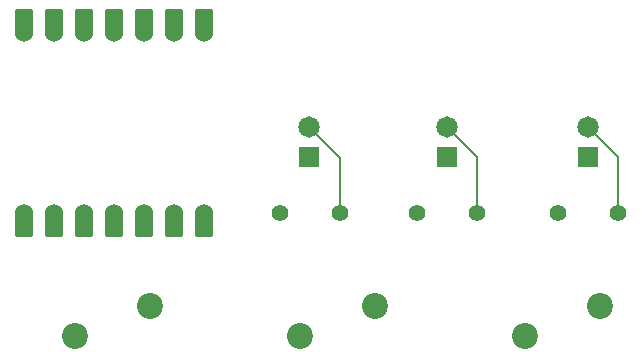
<source format=gtl>
G04 #@! TF.GenerationSoftware,KiCad,Pcbnew,9.0.2*
G04 #@! TF.CreationDate,2025-07-04T00:17:09-05:00*
G04 #@! TF.ProjectId,pathfinder,70617468-6669-46e6-9465-722e6b696361,rev?*
G04 #@! TF.SameCoordinates,Original*
G04 #@! TF.FileFunction,Copper,L1,Top*
G04 #@! TF.FilePolarity,Positive*
%FSLAX46Y46*%
G04 Gerber Fmt 4.6, Leading zero omitted, Abs format (unit mm)*
G04 Created by KiCad (PCBNEW 9.0.2) date 2025-07-04 00:17:09*
%MOMM*%
%LPD*%
G01*
G04 APERTURE LIST*
G04 Aperture macros list*
%AMRoundRect*
0 Rectangle with rounded corners*
0 $1 Rounding radius*
0 $2 $3 $4 $5 $6 $7 $8 $9 X,Y pos of 4 corners*
0 Add a 4 corners polygon primitive as box body*
4,1,4,$2,$3,$4,$5,$6,$7,$8,$9,$2,$3,0*
0 Add four circle primitives for the rounded corners*
1,1,$1+$1,$2,$3*
1,1,$1+$1,$4,$5*
1,1,$1+$1,$6,$7*
1,1,$1+$1,$8,$9*
0 Add four rect primitives between the rounded corners*
20,1,$1+$1,$2,$3,$4,$5,0*
20,1,$1+$1,$4,$5,$6,$7,0*
20,1,$1+$1,$6,$7,$8,$9,0*
20,1,$1+$1,$8,$9,$2,$3,0*%
G04 Aperture macros list end*
G04 #@! TA.AperFunction,SMDPad,CuDef*
%ADD10RoundRect,0.152400X-0.609600X1.063600X-0.609600X-1.063600X0.609600X-1.063600X0.609600X1.063600X0*%
G04 #@! TD*
G04 #@! TA.AperFunction,ComponentPad*
%ADD11C,1.524000*%
G04 #@! TD*
G04 #@! TA.AperFunction,SMDPad,CuDef*
%ADD12RoundRect,0.152400X0.609600X-1.063600X0.609600X1.063600X-0.609600X1.063600X-0.609600X-1.063600X0*%
G04 #@! TD*
G04 #@! TA.AperFunction,ComponentPad*
%ADD13C,1.815000*%
G04 #@! TD*
G04 #@! TA.AperFunction,ComponentPad*
%ADD14R,1.815000X1.815000*%
G04 #@! TD*
G04 #@! TA.AperFunction,ComponentPad*
%ADD15C,1.400000*%
G04 #@! TD*
G04 #@! TA.AperFunction,ComponentPad*
%ADD16C,2.200000*%
G04 #@! TD*
G04 #@! TA.AperFunction,Conductor*
%ADD17C,0.200000*%
G04 #@! TD*
G04 APERTURE END LIST*
D10*
X88841000Y-92835000D03*
D11*
X88841000Y-92000000D03*
D10*
X91381000Y-92835000D03*
D11*
X91381000Y-92000000D03*
D10*
X93921000Y-92835000D03*
D11*
X93921000Y-92000000D03*
D10*
X96461000Y-92835000D03*
D11*
X96461000Y-92000000D03*
D10*
X99001000Y-92835000D03*
D11*
X99001000Y-92000000D03*
D10*
X101541000Y-92835000D03*
D11*
X101541000Y-92000000D03*
D10*
X104081000Y-92835000D03*
D11*
X104081000Y-92000000D03*
X104081000Y-76760000D03*
D12*
X104081000Y-75925000D03*
D11*
X101541000Y-76760000D03*
D12*
X101541000Y-75925000D03*
D11*
X99001000Y-76760000D03*
D12*
X99001000Y-75925000D03*
D11*
X96461000Y-76760000D03*
D12*
X96461000Y-75925000D03*
D11*
X93921000Y-76760000D03*
D12*
X93921000Y-75925000D03*
D11*
X91381000Y-76760000D03*
D12*
X91381000Y-75925000D03*
D11*
X88841000Y-76760000D03*
D12*
X88841000Y-75925000D03*
D13*
X136600000Y-84730000D03*
D14*
X136600000Y-87270000D03*
D13*
X112933000Y-84730000D03*
D14*
X112933000Y-87270000D03*
D15*
X127140000Y-92000000D03*
X122060000Y-92000000D03*
X115540000Y-92000000D03*
X110460000Y-92000000D03*
D16*
X137560000Y-99920000D03*
X131210000Y-102460000D03*
X118510000Y-99920000D03*
X112160000Y-102460000D03*
D15*
X139140000Y-92000000D03*
X134060000Y-92000000D03*
D13*
X124600000Y-84730000D03*
D14*
X124600000Y-87270000D03*
D16*
X99460000Y-99920000D03*
X93110000Y-102460000D03*
D17*
X112933000Y-84730000D02*
X115540000Y-87337000D01*
X115540000Y-87337000D02*
X115540000Y-92000000D01*
X139140000Y-87270000D02*
X139140000Y-92000000D01*
X136600000Y-84730000D02*
X139140000Y-87270000D01*
X127140000Y-87270000D02*
X127140000Y-92000000D01*
X124600000Y-84730000D02*
X127140000Y-87270000D01*
M02*

</source>
